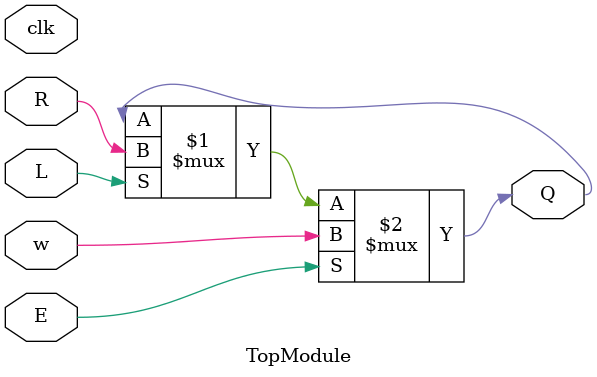
<source format=sv>

module TopModule (
  input clk,
  input w,
  input R,
  input E,
  input L,
  output reg Q
);
assign Q = E ? w : (L ? R : Q);
endmodule

</source>
